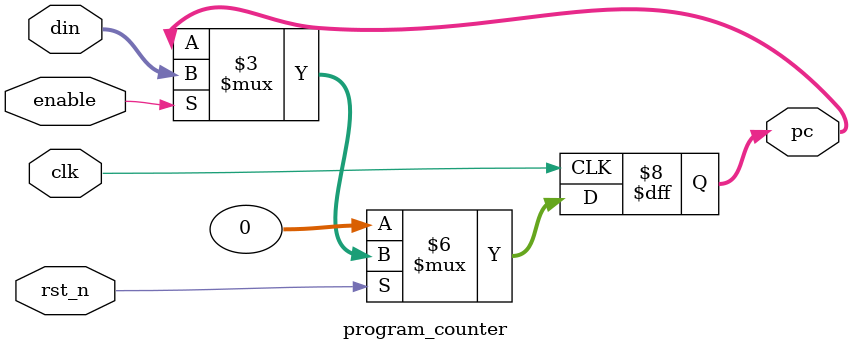
<source format=sv>

module program_counter
  #(parameter AW = 32)
  (
    input  logic clk,
    input  logic rst_n,
    input  logic enable,

    input  logic [AW-1:0] din,
    output logic [AW-1:0] pc
  );

  always_ff @(posedge clk)
  begin
    if( ~rst_n )
      pc <= '0;
    else if (enable)
      pc <= din;
  end

endmodule:program_counter

</source>
